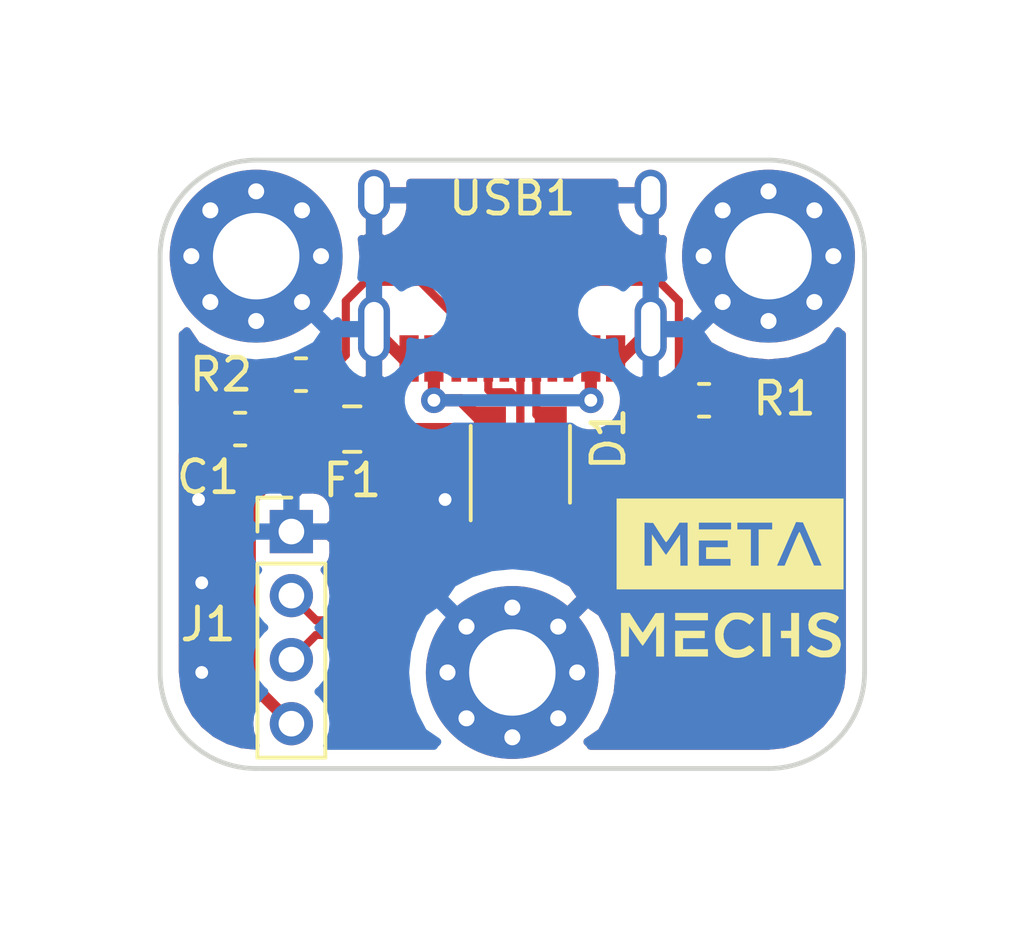
<source format=kicad_pcb>
(kicad_pcb (version 20171130) (host pcbnew "(5.1.2)-1")

  (general
    (thickness 1)
    (drawings 8)
    (tracks 68)
    (zones 0)
    (modules 11)
    (nets 8)
  )

  (page A4)
  (layers
    (0 F.Cu signal)
    (31 B.Cu signal)
    (32 B.Adhes user)
    (33 F.Adhes user)
    (34 B.Paste user)
    (35 F.Paste user)
    (36 B.SilkS user)
    (37 F.SilkS user)
    (38 B.Mask user)
    (39 F.Mask user)
    (40 Dwgs.User user)
    (41 Cmts.User user)
    (42 Eco1.User user)
    (43 Eco2.User user)
    (44 Edge.Cuts user)
    (45 Margin user hide)
    (46 B.CrtYd user hide)
    (47 F.CrtYd user hide)
    (48 B.Fab user hide)
    (49 F.Fab user hide)
  )

  (setup
    (last_trace_width 0.25)
    (trace_clearance 0.2)
    (zone_clearance 0.508)
    (zone_45_only no)
    (trace_min 0.2)
    (via_size 0.8)
    (via_drill 0.4)
    (via_min_size 0.4)
    (via_min_drill 0.3)
    (uvia_size 0.3)
    (uvia_drill 0.1)
    (uvias_allowed no)
    (uvia_min_size 0.2)
    (uvia_min_drill 0.1)
    (edge_width 0.15)
    (segment_width 0.2)
    (pcb_text_width 0.3)
    (pcb_text_size 1.5 1.5)
    (mod_edge_width 0.15)
    (mod_text_size 1 1)
    (mod_text_width 0.15)
    (pad_size 1.524 1.524)
    (pad_drill 0.762)
    (pad_to_mask_clearance 0.051)
    (solder_mask_min_width 0.25)
    (aux_axis_origin 0 0)
    (visible_elements 7FFFFFFF)
    (pcbplotparams
      (layerselection 0x010fc_ffffffff)
      (usegerberextensions true)
      (usegerberattributes false)
      (usegerberadvancedattributes false)
      (creategerberjobfile false)
      (excludeedgelayer true)
      (linewidth 0.100000)
      (plotframeref false)
      (viasonmask false)
      (mode 1)
      (useauxorigin false)
      (hpglpennumber 1)
      (hpglpenspeed 20)
      (hpglpendiameter 15.000000)
      (psnegative false)
      (psa4output false)
      (plotreference true)
      (plotvalue true)
      (plotinvisibletext false)
      (padsonsilk false)
      (subtractmaskfromsilk false)
      (outputformat 1)
      (mirror false)
      (drillshape 0)
      (scaleselection 1)
      (outputdirectory "gerbers/"))
  )

  (net 0 "")
  (net 1 VCC)
  (net 2 GND)
  (net 3 /d+)
  (net 4 /d-)
  (net 5 /vbus)
  (net 6 "Net-(R1-Pad2)")
  (net 7 "Net-(R2-Pad2)")

  (net_class Default "This is the default net class."
    (clearance 0.2)
    (trace_width 0.25)
    (via_dia 0.8)
    (via_drill 0.4)
    (uvia_dia 0.3)
    (uvia_drill 0.1)
  )

  (net_class "elecrow min rec" ""
    (clearance 0.2032)
    (trace_width 0.254)
    (via_dia 0.8)
    (via_drill 0.4)
    (uvia_dia 0.3)
    (uvia_drill 0.1)
    (diff_pair_width 0.254)
    (diff_pair_gap 0.2032)
    (add_net /d+)
    (add_net /d-)
    (add_net "Net-(R1-Pad2)")
    (add_net "Net-(R2-Pad2)")
  )

  (net_class power ""
    (clearance 0.2032)
    (trace_width 0.381)
    (via_dia 0.8)
    (via_drill 0.4)
    (uvia_dia 0.3)
    (uvia_drill 0.1)
    (diff_pair_width 0.381)
    (diff_pair_gap 0.2032)
    (add_net /vbus)
    (add_net GND)
    (add_net VCC)
  )

  (module Type-C:HRO-TYPE-C-31-M-12-Assembly (layer F.Cu) (tedit 5D4D5A8B) (tstamp 5CF3DFAB)
    (at 11 -1.5 180)
    (path /5C9F34B7)
    (attr smd)
    (fp_text reference USB1 (at 0 -2.7) (layer F.SilkS)
      (effects (font (size 1 1) (thickness 0.15)))
    )
    (fp_text value HRO-TYPE-C-31-M-12 (at 0 1.15) (layer Dwgs.User)
      (effects (font (size 1 1) (thickness 0.15)))
    )
    (fp_line (start 3.75 -8.5) (end 3.75 -7.5) (layer F.CrtYd) (width 0.15))
    (fp_line (start -3.75 -8.5) (end 3.75 -8.5) (layer F.CrtYd) (width 0.15))
    (fp_line (start -3.75 -7.5) (end -3.75 -8.5) (layer F.CrtYd) (width 0.15))
    (fp_line (start -4.5 0) (end -4.5 -7.5) (layer F.CrtYd) (width 0.15))
    (fp_line (start 4.5 0) (end -4.5 0) (layer F.CrtYd) (width 0.15))
    (fp_line (start 4.5 -7.5) (end 4.5 0) (layer F.CrtYd) (width 0.15))
    (fp_line (start -4.5 -7.5) (end 4.5 -7.5) (layer F.CrtYd) (width 0.15))
    (fp_text user %R (at 0 -9.25) (layer F.Fab)
      (effects (font (size 1 1) (thickness 0.15)))
    )
    (fp_line (start -4.47 0) (end 4.47 0) (layer Dwgs.User) (width 0.15))
    (fp_line (start -4.47 0) (end -4.47 -7.3) (layer Dwgs.User) (width 0.15))
    (fp_line (start 4.47 0) (end 4.47 -7.3) (layer Dwgs.User) (width 0.15))
    (fp_line (start -4.47 -7.3) (end 4.47 -7.3) (layer Dwgs.User) (width 0.15))
    (pad 12 smd rect (at 3.225 -7.695 180) (size 0.6 1.45) (layers F.Cu F.Paste F.Mask)
      (net 2 GND))
    (pad 1 smd rect (at -3.225 -7.695 180) (size 0.6 1.45) (layers F.Cu F.Paste F.Mask)
      (net 2 GND))
    (pad 11 smd rect (at 2.45 -7.695 180) (size 0.6 1.45) (layers F.Cu F.Paste F.Mask)
      (net 5 /vbus))
    (pad 2 smd rect (at -2.45 -7.695 180) (size 0.6 1.45) (layers F.Cu F.Paste F.Mask)
      (net 5 /vbus))
    (pad 3 smd rect (at -1.75 -7.695 180) (size 0.3 1.45) (layers F.Cu F.Paste F.Mask))
    (pad 10 smd rect (at 1.75 -7.695 180) (size 0.3 1.45) (layers F.Cu F.Paste F.Mask)
      (net 7 "Net-(R2-Pad2)"))
    (pad 4 smd rect (at -1.25 -7.695 180) (size 0.3 1.45) (layers F.Cu F.Paste F.Mask)
      (net 6 "Net-(R1-Pad2)"))
    (pad 9 smd rect (at 1.25 -7.695 180) (size 0.3 1.45) (layers F.Cu F.Paste F.Mask))
    (pad 5 smd rect (at -0.75 -7.695 180) (size 0.3 1.45) (layers F.Cu F.Paste F.Mask)
      (net 4 /d-))
    (pad 8 smd rect (at 0.75 -7.695 180) (size 0.3 1.45) (layers F.Cu F.Paste F.Mask)
      (net 3 /d+))
    (pad 7 smd rect (at 0.25 -7.695 180) (size 0.3 1.45) (layers F.Cu F.Paste F.Mask)
      (net 4 /d-))
    (pad 6 smd rect (at -0.25 -7.695 180) (size 0.3 1.45) (layers F.Cu F.Paste F.Mask)
      (net 3 /d+))
    (pad "" np_thru_hole circle (at 2.89 -6.25 180) (size 0.65 0.65) (drill 0.65) (layers *.Cu *.Mask))
    (pad "" np_thru_hole circle (at -2.89 -6.25 180) (size 0.65 0.65) (drill 0.65) (layers *.Cu *.Mask))
    (pad 13 thru_hole oval (at -4.32 -6.78 180) (size 1 2.1) (drill oval 0.6 1.7) (layers *.Cu *.Mask)
      (net 2 GND))
    (pad 13 thru_hole oval (at 4.32 -6.78 180) (size 1 2.1) (drill oval 0.6 1.7) (layers *.Cu *.Mask)
      (net 2 GND))
    (pad 13 thru_hole oval (at -4.32 -2.6 180) (size 1 1.6) (drill oval 0.6 1.2) (layers *.Cu *.Mask)
      (net 2 GND))
    (pad 13 thru_hole oval (at 4.32 -2.6 180) (size 1 1.6) (drill oval 0.6 1.2) (layers *.Cu *.Mask)
      (net 2 GND))
    (model "C:/Users/Chris/Google Drive/Sync Drive/KiCad/libs/Type-C.pretty/HRO  TYPE-C-31-M-12.step"
      (offset (xyz -4.47 0 0))
      (scale (xyz 1 1 1))
      (rotate (xyz 90 180 180))
    )
  )

  (module "logo:logo tiny vert" (layer F.Cu) (tedit 0) (tstamp 5D129BA4)
    (at 17.8 13.4)
    (fp_text reference G*** (at 0 0) (layer F.SilkS) hide
      (effects (font (size 1.524 1.524) (thickness 0.3)))
    )
    (fp_text value LOGO (at 0.75 0) (layer F.SilkS) hide
      (effects (font (size 1.524 1.524) (thickness 0.3)))
    )
    (fp_poly (pts (xy 0.237067 0.737452) (xy 0.329719 0.738991) (xy 0.397937 0.743516) (xy 0.451113 0.752306)
      (xy 0.498635 0.76664) (xy 0.523656 0.776469) (xy 0.583357 0.805351) (xy 0.642954 0.840859)
      (xy 0.694843 0.877612) (xy 0.731415 0.910228) (xy 0.745067 0.933135) (xy 0.734376 0.953175)
      (xy 0.706631 0.989038) (xy 0.675601 1.024385) (xy 0.606135 1.099747) (xy 0.552834 1.059808)
      (xy 0.457546 0.997243) (xy 0.36817 0.9597) (xy 0.273363 0.943061) (xy 0.226511 0.941298)
      (xy 0.156758 0.943004) (xy 0.106587 0.951225) (xy 0.061847 0.969447) (xy 0.024457 0.991087)
      (xy -0.069889 1.068155) (xy -0.140833 1.164713) (xy -0.187427 1.274901) (xy -0.208722 1.392855)
      (xy -0.203772 1.512715) (xy -0.171628 1.628618) (xy -0.111342 1.734702) (xy -0.098433 1.751088)
      (xy -0.01815 1.823132) (xy 0.080433 1.871716) (xy 0.18997 1.895501) (xy 0.303118 1.893151)
      (xy 0.412533 1.863326) (xy 0.442114 1.849555) (xy 0.498461 1.8197) (xy 0.547705 1.79215)
      (xy 0.571159 1.777961) (xy 0.593527 1.76627) (xy 0.613869 1.767738) (xy 0.640499 1.786029)
      (xy 0.681732 1.824811) (xy 0.685272 1.828281) (xy 0.761625 1.903217) (xy 0.724689 1.942533)
      (xy 0.67089 1.989176) (xy 0.598622 2.038196) (xy 0.521482 2.081068) (xy 0.464944 2.105373)
      (xy 0.382671 2.125677) (xy 0.282898 2.137803) (xy 0.181256 2.140579) (xy 0.09473 2.133073)
      (xy -0.030557 2.095869) (xy -0.15176 2.031265) (xy -0.261722 1.945009) (xy -0.353285 1.842849)
      (xy -0.41929 1.730532) (xy -0.42578 1.715086) (xy -0.444315 1.662705) (xy -0.456109 1.610665)
      (xy -0.462567 1.548823) (xy -0.465095 1.467042) (xy -0.465316 1.429966) (xy -0.464971 1.346742)
      (xy -0.462214 1.287211) (xy -0.455015 1.2412) (xy -0.441343 1.198538) (xy -0.419168 1.149051)
      (xy -0.402425 1.114861) (xy -0.327196 0.991199) (xy -0.234198 0.892831) (xy -0.117423 0.813873)
      (xy -0.070775 0.790186) (xy -0.019442 0.766847) (xy 0.023164 0.751532) (xy 0.066599 0.742602)
      (xy 0.120419 0.73842) (xy 0.194181 0.737351) (xy 0.237067 0.737452)) (layer F.SilkS) (width 0.01))
    (fp_poly (pts (xy 3.028729 0.727914) (xy 3.10418 0.743375) (xy 3.185854 0.768055) (xy 3.264553 0.798303)
      (xy 3.331081 0.83047) (xy 3.376242 0.860907) (xy 3.384071 0.868939) (xy 3.390105 0.88936)
      (xy 3.378617 0.921291) (xy 3.34714 0.971238) (xy 3.343016 0.977161) (xy 3.283136 1.0627)
      (xy 3.16484 1.002006) (xy 3.049975 0.954203) (xy 2.944621 0.932508) (xy 2.852407 0.937235)
      (xy 2.77729 0.968474) (xy 2.721065 1.022312) (xy 2.695856 1.082771) (xy 2.701762 1.144389)
      (xy 2.738882 1.2017) (xy 2.772571 1.229361) (xy 2.81379 1.250046) (xy 2.876911 1.273664)
      (xy 2.950697 1.296177) (xy 2.979175 1.303597) (xy 3.130596 1.347801) (xy 3.250412 1.398712)
      (xy 3.34054 1.458211) (xy 3.402897 1.528178) (xy 3.439398 1.610494) (xy 3.451961 1.707039)
      (xy 3.449524 1.765111) (xy 3.425659 1.877612) (xy 3.375597 1.969126) (xy 3.298001 2.041666)
      (xy 3.244756 2.073363) (xy 3.19023 2.098839) (xy 3.140506 2.114639) (xy 3.083369 2.12341)
      (xy 3.006606 2.127799) (xy 2.99132 2.128283) (xy 2.921095 2.129591) (xy 2.863401 2.129252)
      (xy 2.826852 2.12738) (xy 2.8194 2.125991) (xy 2.794735 2.117956) (xy 2.748843 2.104419)
      (xy 2.708541 2.093025) (xy 2.658779 2.074975) (xy 2.598774 2.047137) (xy 2.536085 2.013862)
      (xy 2.478268 1.979499) (xy 2.43288 1.948397) (xy 2.407477 1.924907) (xy 2.404579 1.918069)
      (xy 2.41486 1.899168) (xy 2.441448 1.863611) (xy 2.469962 1.829231) (xy 2.535299 1.753462)
      (xy 2.597199 1.800675) (xy 2.713977 1.871797) (xy 2.837205 1.91073) (xy 2.927883 1.919664)
      (xy 3.034463 1.913091) (xy 3.113198 1.888245) (xy 3.164963 1.844799) (xy 3.175799 1.827256)
      (xy 3.199153 1.754633) (xy 3.189761 1.690519) (xy 3.147672 1.634974) (xy 3.072936 1.588058)
      (xy 2.965601 1.54983) (xy 2.942848 1.543883) (xy 2.798309 1.503916) (xy 2.684144 1.462694)
      (xy 2.59688 1.41787) (xy 2.53304 1.367093) (xy 2.489151 1.308016) (xy 2.461738 1.238287)
      (xy 2.456191 1.214863) (xy 2.446739 1.097987) (xy 2.467135 0.992614) (xy 2.514624 0.901088)
      (xy 2.586448 0.825752) (xy 2.679851 0.768953) (xy 2.792078 0.733034) (xy 2.92037 0.720338)
      (xy 3.028729 0.727914)) (layer F.SilkS) (width 0.01))
    (fp_poly (pts (xy -2.065866 2.099734) (xy -2.302933 2.099734) (xy -2.303106 1.6129) (xy -2.303279 1.126067)
      (xy -2.510539 1.443476) (xy -2.570899 1.535102) (xy -2.625453 1.616372) (xy -2.671405 1.683249)
      (xy -2.705963 1.731695) (xy -2.726331 1.757672) (xy -2.730272 1.760976) (xy -2.742934 1.747563)
      (xy -2.771434 1.709959) (xy -2.812894 1.652201) (xy -2.86444 1.578326) (xy -2.923194 1.492369)
      (xy -2.950405 1.452034) (xy -3.158066 1.143) (xy -3.162564 1.621367) (xy -3.167061 2.099734)
      (xy -3.4036 2.099734) (xy -3.4036 0.745067) (xy -3.138687 0.745067) (xy -2.938481 1.059257)
      (xy -2.875811 1.155936) (xy -2.820865 1.237429) (xy -2.775949 1.30053) (xy -2.743367 1.34203)
      (xy -2.725428 1.358723) (xy -2.723314 1.358488) (xy -2.709961 1.340292) (xy -2.681276 1.298083)
      (xy -2.640231 1.23634) (xy -2.589797 1.159543) (xy -2.532948 1.072171) (xy -2.517648 1.04853)
      (xy -2.326942 0.753533) (xy -2.196404 0.748588) (xy -2.065866 0.743642) (xy -2.065866 2.099734)) (layer F.SilkS) (width 0.01))
    (fp_poly (pts (xy -0.795866 1.524) (xy -1.4732 1.524) (xy -1.4732 1.8796) (xy -0.694266 1.8796)
      (xy -0.694266 2.099734) (xy -1.710267 2.099734) (xy -1.710267 1.303867) (xy -0.795866 1.303867)
      (xy -0.795866 1.524)) (layer F.SilkS) (width 0.01))
    (fp_poly (pts (xy 1.253067 2.099734) (xy 1.016 2.099734) (xy 1.016 0.745067) (xy 1.253067 0.745067)
      (xy 1.253067 2.099734)) (layer F.SilkS) (width 0.01))
    (fp_poly (pts (xy 2.150534 2.099734) (xy 1.913467 2.099734) (xy 1.913467 1.524) (xy 1.591734 1.524)
      (xy 1.591734 1.303867) (xy 1.913467 1.303867) (xy 1.913467 0.745067) (xy 2.150534 0.745067)
      (xy 2.150534 2.099734)) (layer F.SilkS) (width 0.01))
    (fp_poly (pts (xy -0.694266 0.9652) (xy -1.710267 0.9652) (xy -1.710267 0.745067) (xy -0.694266 0.745067)
      (xy -0.694266 0.9652)) (layer F.SilkS) (width 0.01))
    (fp_poly (pts (xy 3.539067 0) (xy -3.539066 0) (xy -3.539066 -0.728133) (xy -2.675467 -0.728133)
      (xy -2.4384 -0.728133) (xy -2.4384 -1.70166) (xy -2.226598 -1.38423) (xy -2.165129 -1.292933)
      (xy -2.109556 -1.211967) (xy -2.062703 -1.145319) (xy -2.027395 -1.096974) (xy -2.006453 -1.070918)
      (xy -2.002232 -1.067494) (xy -1.989554 -1.081138) (xy -1.960984 -1.118976) (xy -1.919376 -1.176998)
      (xy -1.867582 -1.251194) (xy -1.808457 -1.337554) (xy -1.778 -1.382612) (xy -1.566333 -1.697034)
      (xy -1.56184 -1.212584) (xy -1.557347 -0.728133) (xy -1.3208 -0.728133) (xy -1.3208 -1.524)
      (xy -0.982133 -1.524) (xy -0.982133 -0.728133) (xy 0.016933 -0.728133) (xy 0.016933 -0.948267)
      (xy -0.745066 -0.948267) (xy -0.745066 -1.303866) (xy -0.067733 -1.303866) (xy -0.067733 -1.524)
      (xy -0.982133 -1.524) (xy -1.3208 -1.524) (xy -1.3208 -2.0828) (xy -0.982133 -2.0828)
      (xy -0.982133 -1.862667) (xy 0.033867 -1.862667) (xy 0.033867 -2.0828) (xy 0.220133 -2.0828)
      (xy 0.220133 -1.862667) (xy 0.643467 -1.862667) (xy 0.643467 -0.728133) (xy 0.897467 -0.728133)
      (xy 1.456694 -0.728133) (xy 1.704357 -0.728133) (xy 1.931678 -1.269261) (xy 1.993169 -1.415086)
      (xy 2.043162 -1.532175) (xy 2.082931 -1.623162) (xy 2.113748 -1.690678) (xy 2.136886 -1.737354)
      (xy 2.153619 -1.765823) (xy 2.165218 -1.778715) (xy 2.172958 -1.778664) (xy 2.175934 -1.774282)
      (xy 2.186511 -1.750234) (xy 2.208536 -1.699034) (xy 2.240283 -1.624733) (xy 2.280027 -1.531378)
      (xy 2.326045 -1.423018) (xy 2.376609 -1.303703) (xy 2.404671 -1.237388) (xy 2.616476 -0.7366)
      (xy 2.739105 -0.731625) (xy 2.798591 -0.731046) (xy 2.842171 -0.734119) (xy 2.86145 -0.740191)
      (xy 2.861734 -0.741168) (xy 2.855145 -0.759274) (xy 2.836309 -0.805123) (xy 2.806621 -0.875463)
      (xy 2.767475 -0.967041) (xy 2.720265 -1.076602) (xy 2.666386 -1.200894) (xy 2.607233 -1.336663)
      (xy 2.569266 -1.423477) (xy 2.276798 -2.091266) (xy 2.0574 -2.101022) (xy 1.800107 -1.511944)
      (xy 1.740372 -1.37521) (xy 1.683227 -1.244467) (xy 1.630491 -1.123872) (xy 1.583984 -1.017581)
      (xy 1.545524 -0.929751) (xy 1.51693 -0.864539) (xy 1.50002 -0.8261) (xy 1.499754 -0.8255)
      (xy 1.456694 -0.728133) (xy 0.897467 -0.728133) (xy 0.897467 -1.862667) (xy 1.3208 -1.862667)
      (xy 1.3208 -2.0828) (xy 0.220133 -2.0828) (xy 0.033867 -2.0828) (xy -0.982133 -2.0828)
      (xy -1.3208 -2.0828) (xy -1.452033 -2.082589) (xy -1.583267 -2.082378) (xy -1.785249 -1.768951)
      (xy -1.858815 -1.656342) (xy -1.916427 -1.571719) (xy -1.95908 -1.513748) (xy -1.987765 -1.481092)
      (xy -2.003476 -1.472418) (xy -2.005108 -1.473401) (xy -2.019409 -1.492532) (xy -2.048977 -1.535582)
      (xy -2.090761 -1.597984) (xy -2.14171 -1.675173) (xy -2.198771 -1.762582) (xy -2.211891 -1.782806)
      (xy -2.400797 -2.074333) (xy -2.675467 -2.084169) (xy -2.675467 -0.728133) (xy -3.539066 -0.728133)
      (xy -3.539066 -2.827866) (xy 3.539067 -2.827866) (xy 3.539067 0)) (layer F.SilkS) (width 0.01))
  )

  (module keebs:m2.5_pad_via (layer F.Cu) (tedit 5CEE7539) (tstamp 5CE8F604)
    (at 19 3)
    (descr "Mounting Hole 2.7mm")
    (tags "mounting hole 2.7mm")
    (path /5CE917F5)
    (attr virtual)
    (fp_text reference H3 (at 0 -3.7) (layer F.SilkS) hide
      (effects (font (size 1 1) (thickness 0.15)))
    )
    (fp_text value MountingHole_Pad (at 0 3.7) (layer F.Fab)
      (effects (font (size 1 1) (thickness 0.15)))
    )
    (fp_circle (center 0 0) (end 2.95 0) (layer F.CrtYd) (width 0.05))
    (fp_circle (center 0 0) (end 2.7 0) (layer Cmts.User) (width 0.15))
    (fp_text user %R (at 0.3 0) (layer F.Fab)
      (effects (font (size 1 1) (thickness 0.15)))
    )
    (pad 1 thru_hole circle (at 1.431891 -1.431891) (size 0.8 0.8) (drill 0.5) (layers *.Cu *.Mask)
      (net 2 GND))
    (pad 1 thru_hole circle (at 0 -2.025) (size 0.8 0.8) (drill 0.5) (layers *.Cu *.Mask)
      (net 2 GND))
    (pad 1 thru_hole circle (at -1.431891 -1.431891) (size 0.8 0.8) (drill 0.5) (layers *.Cu *.Mask)
      (net 2 GND))
    (pad 1 thru_hole circle (at -2.025 0) (size 0.8 0.8) (drill 0.5) (layers *.Cu *.Mask)
      (net 2 GND))
    (pad 1 thru_hole circle (at -1.431891 1.431891) (size 0.8 0.8) (drill 0.5) (layers *.Cu *.Mask)
      (net 2 GND))
    (pad 1 thru_hole circle (at 0 2.025) (size 0.8 0.8) (drill 0.5) (layers *.Cu *.Mask)
      (net 2 GND))
    (pad 1 thru_hole circle (at 1.431891 1.431891) (size 0.8 0.8) (drill 0.5) (layers *.Cu *.Mask)
      (net 2 GND))
    (pad 1 thru_hole circle (at 2.025 0) (size 0.8 0.8) (drill 0.5) (layers *.Cu *.Mask)
      (net 2 GND))
    (pad 1 thru_hole circle (at 0 0) (size 5.4 5.4) (drill 2.7) (layers *.Cu *.Mask)
      (net 2 GND))
  )

  (module keebs:m2.5_pad_via (layer F.Cu) (tedit 5CEE7539) (tstamp 5CE8F94F)
    (at 3 3)
    (descr "Mounting Hole 2.7mm")
    (tags "mounting hole 2.7mm")
    (path /5CE8E580)
    (attr virtual)
    (fp_text reference H1 (at 0 -3.7) (layer F.SilkS) hide
      (effects (font (size 1 1) (thickness 0.15)))
    )
    (fp_text value MountingHole_Pad (at 0 3.7) (layer F.Fab)
      (effects (font (size 1 1) (thickness 0.15)))
    )
    (fp_circle (center 0 0) (end 2.95 0) (layer F.CrtYd) (width 0.05))
    (fp_circle (center 0 0) (end 2.7 0) (layer Cmts.User) (width 0.15))
    (fp_text user %R (at 0.3 0) (layer F.Fab)
      (effects (font (size 1 1) (thickness 0.15)))
    )
    (pad 1 thru_hole circle (at 1.431891 -1.431891) (size 0.8 0.8) (drill 0.5) (layers *.Cu *.Mask)
      (net 2 GND))
    (pad 1 thru_hole circle (at 0 -2.025) (size 0.8 0.8) (drill 0.5) (layers *.Cu *.Mask)
      (net 2 GND))
    (pad 1 thru_hole circle (at -1.431891 -1.431891) (size 0.8 0.8) (drill 0.5) (layers *.Cu *.Mask)
      (net 2 GND))
    (pad 1 thru_hole circle (at -2.025 0) (size 0.8 0.8) (drill 0.5) (layers *.Cu *.Mask)
      (net 2 GND))
    (pad 1 thru_hole circle (at -1.431891 1.431891) (size 0.8 0.8) (drill 0.5) (layers *.Cu *.Mask)
      (net 2 GND))
    (pad 1 thru_hole circle (at 0 2.025) (size 0.8 0.8) (drill 0.5) (layers *.Cu *.Mask)
      (net 2 GND))
    (pad 1 thru_hole circle (at 1.431891 1.431891) (size 0.8 0.8) (drill 0.5) (layers *.Cu *.Mask)
      (net 2 GND))
    (pad 1 thru_hole circle (at 2.025 0) (size 0.8 0.8) (drill 0.5) (layers *.Cu *.Mask)
      (net 2 GND))
    (pad 1 thru_hole circle (at 0 0) (size 5.4 5.4) (drill 2.7) (layers *.Cu *.Mask)
      (net 2 GND))
  )

  (module keebs:m2.5_pad_via (layer F.Cu) (tedit 5CEE7539) (tstamp 5CE912F9)
    (at 11 16)
    (descr "Mounting Hole 2.7mm")
    (tags "mounting hole 2.7mm")
    (path /5CE90C0E)
    (attr virtual)
    (fp_text reference H2 (at 0 -3.7) (layer F.SilkS) hide
      (effects (font (size 1 1) (thickness 0.15)))
    )
    (fp_text value MountingHole_Pad (at 0 3.7) (layer F.Fab)
      (effects (font (size 1 1) (thickness 0.15)))
    )
    (fp_circle (center 0 0) (end 2.95 0) (layer F.CrtYd) (width 0.05))
    (fp_circle (center 0 0) (end 2.7 0) (layer Cmts.User) (width 0.15))
    (fp_text user %R (at 0.3 0) (layer F.Fab)
      (effects (font (size 1 1) (thickness 0.15)))
    )
    (pad 1 thru_hole circle (at 1.431891 -1.431891) (size 0.8 0.8) (drill 0.5) (layers *.Cu *.Mask)
      (net 2 GND))
    (pad 1 thru_hole circle (at 0 -2.025) (size 0.8 0.8) (drill 0.5) (layers *.Cu *.Mask)
      (net 2 GND))
    (pad 1 thru_hole circle (at -1.431891 -1.431891) (size 0.8 0.8) (drill 0.5) (layers *.Cu *.Mask)
      (net 2 GND))
    (pad 1 thru_hole circle (at -2.025 0) (size 0.8 0.8) (drill 0.5) (layers *.Cu *.Mask)
      (net 2 GND))
    (pad 1 thru_hole circle (at -1.431891 1.431891) (size 0.8 0.8) (drill 0.5) (layers *.Cu *.Mask)
      (net 2 GND))
    (pad 1 thru_hole circle (at 0 2.025) (size 0.8 0.8) (drill 0.5) (layers *.Cu *.Mask)
      (net 2 GND))
    (pad 1 thru_hole circle (at 1.431891 1.431891) (size 0.8 0.8) (drill 0.5) (layers *.Cu *.Mask)
      (net 2 GND))
    (pad 1 thru_hole circle (at 2.025 0) (size 0.8 0.8) (drill 0.5) (layers *.Cu *.Mask)
      (net 2 GND))
    (pad 1 thru_hole circle (at 0 0) (size 5.4 5.4) (drill 2.7) (layers *.Cu *.Mask)
      (net 2 GND))
  )

  (module Capacitor_SMD:C_0603_1608Metric (layer F.Cu) (tedit 5B301BBE) (tstamp 5D124BAA)
    (at 2.5 8.4 180)
    (descr "Capacitor SMD 0603 (1608 Metric), square (rectangular) end terminal, IPC_7351 nominal, (Body size source: http://www.tortai-tech.com/upload/download/2011102023233369053.pdf), generated with kicad-footprint-generator")
    (tags capacitor)
    (path /5CBDEE30)
    (attr smd)
    (fp_text reference C1 (at 1 -1.5) (layer F.SilkS)
      (effects (font (size 1 1) (thickness 0.15)))
    )
    (fp_text value 10u (at 0 1.43) (layer F.Fab)
      (effects (font (size 1 1) (thickness 0.15)))
    )
    (fp_line (start -0.8 0.4) (end -0.8 -0.4) (layer F.Fab) (width 0.1))
    (fp_line (start -0.8 -0.4) (end 0.8 -0.4) (layer F.Fab) (width 0.1))
    (fp_line (start 0.8 -0.4) (end 0.8 0.4) (layer F.Fab) (width 0.1))
    (fp_line (start 0.8 0.4) (end -0.8 0.4) (layer F.Fab) (width 0.1))
    (fp_line (start -0.162779 -0.51) (end 0.162779 -0.51) (layer F.SilkS) (width 0.12))
    (fp_line (start -0.162779 0.51) (end 0.162779 0.51) (layer F.SilkS) (width 0.12))
    (fp_line (start -1.48 0.73) (end -1.48 -0.73) (layer F.CrtYd) (width 0.05))
    (fp_line (start -1.48 -0.73) (end 1.48 -0.73) (layer F.CrtYd) (width 0.05))
    (fp_line (start 1.48 -0.73) (end 1.48 0.73) (layer F.CrtYd) (width 0.05))
    (fp_line (start 1.48 0.73) (end -1.48 0.73) (layer F.CrtYd) (width 0.05))
    (fp_text user %R (at 0 0) (layer F.Fab)
      (effects (font (size 0.4 0.4) (thickness 0.06)))
    )
    (pad 1 smd roundrect (at -0.7875 0 180) (size 0.875 0.95) (layers F.Cu F.Paste F.Mask) (roundrect_rratio 0.25)
      (net 1 VCC))
    (pad 2 smd roundrect (at 0.7875 0 180) (size 0.875 0.95) (layers F.Cu F.Paste F.Mask) (roundrect_rratio 0.25)
      (net 2 GND))
    (model ${KISYS3DMOD}/Capacitor_SMD.3dshapes/C_0603_1608Metric.wrl
      (at (xyz 0 0 0))
      (scale (xyz 1 1 1))
      (rotate (xyz 0 0 0))
    )
  )

  (module Package_TO_SOT_SMD:SOT-143 (layer F.Cu) (tedit 5A02FF57) (tstamp 5CE8F5C3)
    (at 11.25 9.5 90)
    (descr SOT-143)
    (tags SOT-143)
    (path /5CC057A0)
    (attr smd)
    (fp_text reference D1 (at 0.8 2.75 90) (layer F.SilkS)
      (effects (font (size 1 1) (thickness 0.15)))
    )
    (fp_text value PRTR5V0U2X (at -0.28 2.48 90) (layer F.Fab)
      (effects (font (size 1 1) (thickness 0.15)))
    )
    (fp_text user %R (at 0 0) (layer F.Fab)
      (effects (font (size 0.5 0.5) (thickness 0.075)))
    )
    (fp_line (start -1.2 1.55) (end 1.2 1.55) (layer F.SilkS) (width 0.12))
    (fp_line (start 1.2 -1.55) (end -1.75 -1.55) (layer F.SilkS) (width 0.12))
    (fp_line (start -1.2 -1) (end -0.7 -1.5) (layer F.Fab) (width 0.1))
    (fp_line (start -0.7 -1.5) (end 1.2 -1.5) (layer F.Fab) (width 0.1))
    (fp_line (start -1.2 1.5) (end -1.2 -1) (layer F.Fab) (width 0.1))
    (fp_line (start 1.2 1.5) (end -1.2 1.5) (layer F.Fab) (width 0.1))
    (fp_line (start 1.2 -1.5) (end 1.2 1.5) (layer F.Fab) (width 0.1))
    (fp_line (start 2.05 -1.75) (end 2.05 1.75) (layer F.CrtYd) (width 0.05))
    (fp_line (start 2.05 -1.75) (end -2.05 -1.75) (layer F.CrtYd) (width 0.05))
    (fp_line (start -2.05 1.75) (end 2.05 1.75) (layer F.CrtYd) (width 0.05))
    (fp_line (start -2.05 1.75) (end -2.05 -1.75) (layer F.CrtYd) (width 0.05))
    (pad 1 smd rect (at -1.1 -0.77) (size 1.2 1.4) (layers F.Cu F.Paste F.Mask)
      (net 2 GND))
    (pad 2 smd rect (at -1.1 0.95) (size 1 1.4) (layers F.Cu F.Paste F.Mask)
      (net 3 /d+))
    (pad 3 smd rect (at 1.1 0.95) (size 1 1.4) (layers F.Cu F.Paste F.Mask)
      (net 4 /d-))
    (pad 4 smd rect (at 1.1 -0.95) (size 1 1.4) (layers F.Cu F.Paste F.Mask)
      (net 5 /vbus))
    (model ${KISYS3DMOD}/Package_TO_SOT_SMD.3dshapes/SOT-143.wrl
      (at (xyz 0 0 0))
      (scale (xyz 1 1 1))
      (rotate (xyz 0 0 0))
    )
  )

  (module Fuse:Fuse_0805_2012Metric (layer F.Cu) (tedit 5B36C52C) (tstamp 5CE8F5D4)
    (at 6 8.4 180)
    (descr "Fuse SMD 0805 (2012 Metric), square (rectangular) end terminal, IPC_7351 nominal, (Body size source: https://docs.google.com/spreadsheets/d/1BsfQQcO9C6DZCsRaXUlFlo91Tg2WpOkGARC1WS5S8t0/edit?usp=sharing), generated with kicad-footprint-generator")
    (tags resistor)
    (path /5CBDEF9D)
    (attr smd)
    (fp_text reference F1 (at 0 -1.6) (layer F.SilkS)
      (effects (font (size 1 1) (thickness 0.15)))
    )
    (fp_text value PTC (at 0 1.65) (layer F.Fab)
      (effects (font (size 1 1) (thickness 0.15)))
    )
    (fp_line (start -1 0.6) (end -1 -0.6) (layer F.Fab) (width 0.1))
    (fp_line (start -1 -0.6) (end 1 -0.6) (layer F.Fab) (width 0.1))
    (fp_line (start 1 -0.6) (end 1 0.6) (layer F.Fab) (width 0.1))
    (fp_line (start 1 0.6) (end -1 0.6) (layer F.Fab) (width 0.1))
    (fp_line (start -0.258578 -0.71) (end 0.258578 -0.71) (layer F.SilkS) (width 0.12))
    (fp_line (start -0.258578 0.71) (end 0.258578 0.71) (layer F.SilkS) (width 0.12))
    (fp_line (start -1.68 0.95) (end -1.68 -0.95) (layer F.CrtYd) (width 0.05))
    (fp_line (start -1.68 -0.95) (end 1.68 -0.95) (layer F.CrtYd) (width 0.05))
    (fp_line (start 1.68 -0.95) (end 1.68 0.95) (layer F.CrtYd) (width 0.05))
    (fp_line (start 1.68 0.95) (end -1.68 0.95) (layer F.CrtYd) (width 0.05))
    (fp_text user %R (at 0 0) (layer F.Fab)
      (effects (font (size 0.5 0.5) (thickness 0.08)))
    )
    (pad 1 smd roundrect (at -0.9375 0 180) (size 0.975 1.4) (layers F.Cu F.Paste F.Mask) (roundrect_rratio 0.25)
      (net 5 /vbus))
    (pad 2 smd roundrect (at 0.9375 0 180) (size 0.975 1.4) (layers F.Cu F.Paste F.Mask) (roundrect_rratio 0.25)
      (net 1 VCC))
    (model ${KISYS3DMOD}/Fuse.3dshapes/Fuse_0805_2012Metric.wrl
      (at (xyz 0 0 0))
      (scale (xyz 1 1 1))
      (rotate (xyz 0 0 0))
    )
  )

  (module Resistor_SMD:R_0603_1608Metric (layer F.Cu) (tedit 5B301BBD) (tstamp 5CE8F630)
    (at 16.9875 7.5 180)
    (descr "Resistor SMD 0603 (1608 Metric), square (rectangular) end terminal, IPC_7351 nominal, (Body size source: http://www.tortai-tech.com/upload/download/2011102023233369053.pdf), generated with kicad-footprint-generator")
    (tags resistor)
    (path /5C9F39A7)
    (attr smd)
    (fp_text reference R1 (at -2.5125 0.05) (layer F.SilkS)
      (effects (font (size 1 1) (thickness 0.15)))
    )
    (fp_text value 5.1K (at 0 1.43) (layer F.Fab)
      (effects (font (size 1 1) (thickness 0.15)))
    )
    (fp_line (start -0.8 0.4) (end -0.8 -0.4) (layer F.Fab) (width 0.1))
    (fp_line (start -0.8 -0.4) (end 0.8 -0.4) (layer F.Fab) (width 0.1))
    (fp_line (start 0.8 -0.4) (end 0.8 0.4) (layer F.Fab) (width 0.1))
    (fp_line (start 0.8 0.4) (end -0.8 0.4) (layer F.Fab) (width 0.1))
    (fp_line (start -0.162779 -0.51) (end 0.162779 -0.51) (layer F.SilkS) (width 0.12))
    (fp_line (start -0.162779 0.51) (end 0.162779 0.51) (layer F.SilkS) (width 0.12))
    (fp_line (start -1.48 0.73) (end -1.48 -0.73) (layer F.CrtYd) (width 0.05))
    (fp_line (start -1.48 -0.73) (end 1.48 -0.73) (layer F.CrtYd) (width 0.05))
    (fp_line (start 1.48 -0.73) (end 1.48 0.73) (layer F.CrtYd) (width 0.05))
    (fp_line (start 1.48 0.73) (end -1.48 0.73) (layer F.CrtYd) (width 0.05))
    (fp_text user %R (at 0 0) (layer F.Fab)
      (effects (font (size 0.4 0.4) (thickness 0.06)))
    )
    (pad 1 smd roundrect (at -0.7875 0 180) (size 0.875 0.95) (layers F.Cu F.Paste F.Mask) (roundrect_rratio 0.25)
      (net 2 GND))
    (pad 2 smd roundrect (at 0.7875 0 180) (size 0.875 0.95) (layers F.Cu F.Paste F.Mask) (roundrect_rratio 0.25)
      (net 6 "Net-(R1-Pad2)"))
    (model ${KISYS3DMOD}/Resistor_SMD.3dshapes/R_0603_1608Metric.wrl
      (at (xyz 0 0 0))
      (scale (xyz 1 1 1))
      (rotate (xyz 0 0 0))
    )
  )

  (module Resistor_SMD:R_0603_1608Metric (layer F.Cu) (tedit 5B301BBD) (tstamp 5CE8F641)
    (at 4.4 6.7)
    (descr "Resistor SMD 0603 (1608 Metric), square (rectangular) end terminal, IPC_7351 nominal, (Body size source: http://www.tortai-tech.com/upload/download/2011102023233369053.pdf), generated with kicad-footprint-generator")
    (tags resistor)
    (path /5C9F3F4F)
    (attr smd)
    (fp_text reference R2 (at -2.5 0) (layer F.SilkS)
      (effects (font (size 1 1) (thickness 0.15)))
    )
    (fp_text value 5.1K (at 0 1.43) (layer F.Fab)
      (effects (font (size 1 1) (thickness 0.15)))
    )
    (fp_line (start -0.8 0.4) (end -0.8 -0.4) (layer F.Fab) (width 0.1))
    (fp_line (start -0.8 -0.4) (end 0.8 -0.4) (layer F.Fab) (width 0.1))
    (fp_line (start 0.8 -0.4) (end 0.8 0.4) (layer F.Fab) (width 0.1))
    (fp_line (start 0.8 0.4) (end -0.8 0.4) (layer F.Fab) (width 0.1))
    (fp_line (start -0.162779 -0.51) (end 0.162779 -0.51) (layer F.SilkS) (width 0.12))
    (fp_line (start -0.162779 0.51) (end 0.162779 0.51) (layer F.SilkS) (width 0.12))
    (fp_line (start -1.48 0.73) (end -1.48 -0.73) (layer F.CrtYd) (width 0.05))
    (fp_line (start -1.48 -0.73) (end 1.48 -0.73) (layer F.CrtYd) (width 0.05))
    (fp_line (start 1.48 -0.73) (end 1.48 0.73) (layer F.CrtYd) (width 0.05))
    (fp_line (start 1.48 0.73) (end -1.48 0.73) (layer F.CrtYd) (width 0.05))
    (fp_text user %R (at 0 0) (layer F.Fab)
      (effects (font (size 0.4 0.4) (thickness 0.06)))
    )
    (pad 1 smd roundrect (at -0.7875 0) (size 0.875 0.95) (layers F.Cu F.Paste F.Mask) (roundrect_rratio 0.25)
      (net 2 GND))
    (pad 2 smd roundrect (at 0.7875 0) (size 0.875 0.95) (layers F.Cu F.Paste F.Mask) (roundrect_rratio 0.25)
      (net 7 "Net-(R2-Pad2)"))
    (model ${KISYS3DMOD}/Resistor_SMD.3dshapes/R_0603_1608Metric.wrl
      (at (xyz 0 0 0))
      (scale (xyz 1 1 1))
      (rotate (xyz 0 0 0))
    )
  )

  (module Connector_PinHeader_2.00mm:PinHeader_1x04_P2.00mm_Vertical (layer F.Cu) (tedit 59FED667) (tstamp 5D124D9A)
    (at 4.1 11.6)
    (descr "Through hole straight pin header, 1x04, 2.00mm pitch, single row")
    (tags "Through hole pin header THT 1x04 2.00mm single row")
    (path /5C9F357E)
    (fp_text reference J1 (at -2.6 2.9) (layer F.SilkS)
      (effects (font (size 1 1) (thickness 0.15)))
    )
    (fp_text value Conn_01x04 (at 0 8.06) (layer F.Fab)
      (effects (font (size 1 1) (thickness 0.15)))
    )
    (fp_line (start -0.5 -1) (end 1 -1) (layer F.Fab) (width 0.1))
    (fp_line (start 1 -1) (end 1 7) (layer F.Fab) (width 0.1))
    (fp_line (start 1 7) (end -1 7) (layer F.Fab) (width 0.1))
    (fp_line (start -1 7) (end -1 -0.5) (layer F.Fab) (width 0.1))
    (fp_line (start -1 -0.5) (end -0.5 -1) (layer F.Fab) (width 0.1))
    (fp_line (start -1.06 7.06) (end 1.06 7.06) (layer F.SilkS) (width 0.12))
    (fp_line (start -1.06 1) (end -1.06 7.06) (layer F.SilkS) (width 0.12))
    (fp_line (start 1.06 1) (end 1.06 7.06) (layer F.SilkS) (width 0.12))
    (fp_line (start -1.06 1) (end 1.06 1) (layer F.SilkS) (width 0.12))
    (fp_line (start -1.06 0) (end -1.06 -1.06) (layer F.SilkS) (width 0.12))
    (fp_line (start -1.06 -1.06) (end 0 -1.06) (layer F.SilkS) (width 0.12))
    (fp_line (start -1.5 -1.5) (end -1.5 7.5) (layer F.CrtYd) (width 0.05))
    (fp_line (start -1.5 7.5) (end 1.5 7.5) (layer F.CrtYd) (width 0.05))
    (fp_line (start 1.5 7.5) (end 1.5 -1.5) (layer F.CrtYd) (width 0.05))
    (fp_line (start 1.5 -1.5) (end -1.5 -1.5) (layer F.CrtYd) (width 0.05))
    (fp_text user %R (at 0 3 90) (layer F.Fab)
      (effects (font (size 1 1) (thickness 0.15)))
    )
    (pad 1 thru_hole rect (at 0 0) (size 1.35 1.35) (drill 0.8) (layers *.Cu *.Mask)
      (net 2 GND))
    (pad 2 thru_hole oval (at 0 2) (size 1.35 1.35) (drill 0.8) (layers *.Cu *.Mask)
      (net 3 /d+))
    (pad 3 thru_hole oval (at 0 4) (size 1.35 1.35) (drill 0.8) (layers *.Cu *.Mask)
      (net 4 /d-))
    (pad 4 thru_hole oval (at 0 6) (size 1.35 1.35) (drill 0.8) (layers *.Cu *.Mask)
      (net 1 VCC))
    (model ${KISYS3DMOD}/Connector_PinHeader_2.00mm.3dshapes/PinHeader_1x04_P2.00mm_Vertical.wrl
      (at (xyz 0 0 0))
      (scale (xyz 1 1 1))
      (rotate (xyz 0 0 0))
    )
  )

  (gr_arc (start 3 16) (end 0 16) (angle -90) (layer Edge.Cuts) (width 0.15))
  (gr_line (start 0 16) (end 0 3) (layer Edge.Cuts) (width 0.15) (tstamp 5D124CEF))
  (gr_arc (start 19 3) (end 22 3) (angle -90) (layer Edge.Cuts) (width 0.15) (tstamp 5D124CF5))
  (gr_line (start 19 19) (end 3 19) (layer Edge.Cuts) (width 0.15) (tstamp 5D124CF4))
  (gr_line (start 3 0) (end 19 0) (layer Edge.Cuts) (width 0.15) (tstamp 5D124CF3))
  (gr_arc (start 3 3) (end 3 0) (angle -90) (layer Edge.Cuts) (width 0.15) (tstamp 5D124CF2))
  (gr_arc (start 19 16) (end 19 19) (angle -90) (layer Edge.Cuts) (width 0.15) (tstamp 5D124CF1))
  (gr_line (start 22 3) (end 22 16) (layer Edge.Cuts) (width 0.15) (tstamp 5D124CF0))

  (segment (start 5.0625 8.4) (end 3.2875 8.4) (width 0.381) (layer F.Cu) (net 1))
  (segment (start 4.1 17.6) (end 2.8 16.3) (width 0.381) (layer F.Cu) (net 1))
  (segment (start 2.8 10.6625) (end 5.0625 8.4) (width 0.381) (layer F.Cu) (net 1))
  (segment (start 2.8 16.3) (end 2.8 10.6625) (width 0.381) (layer F.Cu) (net 1))
  (segment (start 7.595 6.195) (end 6.68 5.28) (width 0.381) (layer F.Cu) (net 2) (status 30))
  (segment (start 7.775 6.195) (end 7.595 6.195) (width 0.381) (layer F.Cu) (net 2) (status 30))
  (segment (start 14.405 6.195) (end 15.32 5.28) (width 0.381) (layer F.Cu) (net 2) (status 30))
  (segment (start 14.225 6.195) (end 14.405 6.195) (width 0.381) (layer F.Cu) (net 2) (status 30))
  (segment (start 8.9 10.6) (end 10.48 10.6) (width 0.381) (layer F.Cu) (net 2) (status 20))
  (via (at 8.9 10.6) (size 0.8) (drill 0.4) (layers F.Cu B.Cu) (net 2))
  (via (at 1.2 10.6) (size 0.8) (drill 0.4) (layers F.Cu B.Cu) (net 2))
  (via (at 1.3 16) (size 0.8) (drill 0.4) (layers F.Cu B.Cu) (net 2))
  (via (at 1.3 13.2) (size 0.8) (drill 0.4) (layers F.Cu B.Cu) (net 2))
  (segment (start 12.2 10.4) (end 12.2 10.6) (width 0.254) (layer F.Cu) (net 3) (status 30))
  (segment (start 11.25 9.45) (end 12.2 10.4) (width 0.254) (layer F.Cu) (net 3) (status 20))
  (segment (start 10.25 7.174) (end 10.25 6.195) (width 0.254) (layer F.Cu) (net 3) (status 20))
  (segment (start 10.326201 7.250201) (end 10.25 7.174) (width 0.254) (layer F.Cu) (net 3))
  (segment (start 10.950201 7.250201) (end 10.326201 7.250201) (width 0.254) (layer F.Cu) (net 3))
  (segment (start 11.25 7.55) (end 10.950201 7.250201) (width 0.254) (layer F.Cu) (net 3))
  (segment (start 11.25 8.55) (end 11.25 7.55) (width 0.254) (layer F.Cu) (net 3))
  (segment (start 11.25 6.195) (end 11.25 8.55) (width 0.254) (layer F.Cu) (net 3) (status 10))
  (segment (start 11.25 8.55) (end 11.25 9.45) (width 0.254) (layer F.Cu) (net 3))
  (segment (start 11.78261 11.97139) (end 9.40532 11.97139) (width 0.254) (layer F.Cu) (net 3))
  (segment (start 12.2 10.6) (end 12.2 11.554) (width 0.254) (layer F.Cu) (net 3) (status 10))
  (segment (start 12.2 11.554) (end 11.78261 11.97139) (width 0.254) (layer F.Cu) (net 3))
  (segment (start 7.00531 14.3714) (end 9.40532 11.97139) (width 0.254) (layer F.Cu) (net 3))
  (segment (start 4.1 13.6) (end 4.8714 14.3714) (width 0.254) (layer F.Cu) (net 3))
  (segment (start 4.8714 14.3714) (end 7.00531 14.3714) (width 0.254) (layer F.Cu) (net 3))
  (segment (start 11.75 7.95) (end 12.2 8.4) (width 0.254) (layer F.Cu) (net 4) (status 30))
  (segment (start 11.75 6.195) (end 11.75 7.95) (width 0.254) (layer F.Cu) (net 4) (status 30))
  (segment (start 10.75 5.216) (end 10.966 5) (width 0.254) (layer F.Cu) (net 4))
  (segment (start 10.75 6.195) (end 10.75 5.216) (width 0.254) (layer F.Cu) (net 4) (status 10))
  (segment (start 11.524362 5) (end 10.966 5) (width 0.254) (layer F.Cu) (net 4))
  (segment (start 11.75 5.225638) (end 11.524362 5) (width 0.254) (layer F.Cu) (net 4))
  (segment (start 11.75 6.195) (end 11.75 5.225638) (width 0.254) (layer F.Cu) (net 4) (status 10))
  (segment (start 12.2 8.6) (end 13.030201 9.430201) (width 0.254) (layer F.Cu) (net 4) (status 10))
  (segment (start 12.2 8.4) (end 12.2 8.6) (width 0.254) (layer F.Cu) (net 4) (status 30))
  (segment (start 12.165762 12.4286) (end 9.59469 12.4286) (width 0.254) (layer F.Cu) (net 4))
  (segment (start 13.030201 11.564161) (end 12.165762 12.4286) (width 0.254) (layer F.Cu) (net 4))
  (segment (start 13.030201 9.430201) (end 13.030201 11.564161) (width 0.254) (layer F.Cu) (net 4))
  (segment (start 9.59469 12.428612) (end 9.59469 12.4286) (width 0.254) (layer F.Cu) (net 4))
  (segment (start 7.194702 14.8286) (end 9.59469 12.428612) (width 0.254) (layer F.Cu) (net 4))
  (segment (start 4.8714 14.8286) (end 7.194702 14.8286) (width 0.254) (layer F.Cu) (net 4))
  (segment (start 4.1 15.6) (end 4.8714 14.8286) (width 0.254) (layer F.Cu) (net 4))
  (segment (start 10.3 8.15) (end 10.3 8.7) (width 0.25) (layer F.Cu) (net 5) (status 30))
  (via (at 8.55 7.5) (size 0.8) (drill 0.4) (layers F.Cu B.Cu) (net 5))
  (via (at 13.45 7.5) (size 0.8) (drill 0.4) (layers F.Cu B.Cu) (net 5))
  (segment (start 13.45 6.195) (end 13.45 7.5) (width 0.381) (layer F.Cu) (net 5) (status 10))
  (segment (start 8.55 6.195) (end 8.55 7.5) (width 0.381) (layer F.Cu) (net 5) (status 10))
  (segment (start 9.115685 7.5) (end 13.45 7.5) (width 0.381) (layer B.Cu) (net 5))
  (segment (start 8.55 7.5) (end 9.115685 7.5) (width 0.381) (layer B.Cu) (net 5))
  (segment (start 9.4 7.5) (end 10.3 8.4) (width 0.381) (layer F.Cu) (net 5) (status 20))
  (segment (start 8.55 7.5) (end 9.4 7.5) (width 0.381) (layer F.Cu) (net 5))
  (segment (start 6.9375 8.4) (end 10.3 8.4) (width 0.381) (layer F.Cu) (net 5))
  (segment (start 12.25 5.216) (end 12.25 6.195) (width 0.254) (layer F.Cu) (net 6) (status 20))
  (segment (start 12.25 4.95) (end 12.25 5.216) (width 0.254) (layer F.Cu) (net 6))
  (segment (start 13.4 3.8) (end 12.25 4.95) (width 0.254) (layer F.Cu) (net 6))
  (segment (start 15.6 3.8) (end 13.4 3.8) (width 0.254) (layer F.Cu) (net 6))
  (segment (start 16.2 7.5) (end 16.2 4.4) (width 0.254) (layer F.Cu) (net 6) (status 10))
  (segment (start 16.2 4.4) (end 15.6 3.8) (width 0.254) (layer F.Cu) (net 6))
  (segment (start 8.129698 3.8) (end 9.25 4.920302) (width 0.254) (layer F.Cu) (net 7))
  (segment (start 9.25 4.920302) (end 9.25 5.216) (width 0.254) (layer F.Cu) (net 7))
  (segment (start 9.25 5.216) (end 9.25 6.195) (width 0.254) (layer F.Cu) (net 7) (status 20))
  (segment (start 5.8 4.4) (end 6.4 3.8) (width 0.254) (layer F.Cu) (net 7))
  (segment (start 6.4 3.8) (end 8.129698 3.8) (width 0.254) (layer F.Cu) (net 7))
  (segment (start 5.8 5.5) (end 5.8 4.4) (width 0.254) (layer F.Cu) (net 7))
  (segment (start 5.8 6.0875) (end 5.1875 6.7) (width 0.254) (layer F.Cu) (net 7))
  (segment (start 5.8 5.5) (end 5.8 6.0875) (width 0.254) (layer F.Cu) (net 7))

  (zone (net 2) (net_name GND) (layer F.Cu) (tstamp 5D18976B) (hatch edge 0.508)
    (connect_pads (clearance 0.508))
    (min_thickness 0.254)
    (fill yes (arc_segments 32) (thermal_gap 0.508) (thermal_bridge_width 0.508))
    (polygon
      (pts
        (xy -5 -5) (xy 27 -5) (xy 27 24) (xy -5 24)
      )
    )
    (filled_polygon
      (pts
        (xy 21.279373 5.458981) (xy 21.29 5.448354) (xy 21.290001 15.965269) (xy 21.243048 16.444133) (xy 21.114063 16.871353)
        (xy 20.904554 17.265384) (xy 20.622501 17.611214) (xy 20.278651 17.895672) (xy 19.886093 18.107927) (xy 19.459788 18.239891)
        (xy 18.983036 18.29) (xy 13.448354 18.29) (xy 13.458981 18.279373) (xy 13.345376 18.165768) (xy 13.783828 17.865589)
        (xy 14.094296 17.286644) (xy 14.285852 16.658254) (xy 14.351134 16.004569) (xy 14.287634 15.350707) (xy 14.097792 14.721797)
        (xy 13.788904 14.142008) (xy 13.783828 14.134411) (xy 13.345374 13.834231) (xy 11.179605 16) (xy 11.193748 16.014143)
        (xy 11.014143 16.193748) (xy 11 16.179605) (xy 10.985858 16.193748) (xy 10.806253 16.014143) (xy 10.820395 16)
        (xy 10.806253 15.985858) (xy 10.985858 15.806253) (xy 11 15.820395) (xy 13.165769 13.654626) (xy 12.865589 13.216172)
        (xy 12.587645 13.06712) (xy 12.591154 13.065245) (xy 12.707184 12.970022) (xy 12.731046 12.940947) (xy 13.542552 12.12944)
        (xy 13.571623 12.105583) (xy 13.666846 11.989553) (xy 13.737603 11.857176) (xy 13.781175 11.713539) (xy 13.792201 11.601587)
        (xy 13.792201 11.601585) (xy 13.795887 11.564162) (xy 13.792201 11.526739) (xy 13.792201 9.467624) (xy 13.795887 9.430201)
        (xy 13.78761 9.346164) (xy 13.781175 9.280823) (xy 13.737603 9.137186) (xy 13.683862 9.036644) (xy 13.666846 9.004808)
        (xy 13.614825 8.941421) (xy 13.571623 8.888779) (xy 13.542548 8.864918) (xy 13.338072 8.660442) (xy 13.338072 8.533013)
        (xy 13.348061 8.535) (xy 13.551939 8.535) (xy 13.751898 8.495226) (xy 13.940256 8.417205) (xy 14.109774 8.303937)
        (xy 14.253937 8.159774) (xy 14.367205 7.990256) (xy 14.445226 7.801898) (xy 14.485 7.601939) (xy 14.485 7.52925)
        (xy 14.51075 7.555) (xy 14.525 7.558072) (xy 14.649482 7.545812) (xy 14.76918 7.509502) (xy 14.879494 7.450537)
        (xy 14.976185 7.371185) (xy 15.055537 7.274494) (xy 15.114502 7.16418) (xy 15.140806 7.077468) (xy 15.124428 7.24375)
        (xy 15.124428 7.75625) (xy 15.140892 7.923408) (xy 15.18965 8.084142) (xy 15.268829 8.232275) (xy 15.375385 8.362115)
        (xy 15.505225 8.468671) (xy 15.653358 8.54785) (xy 15.814092 8.596608) (xy 15.98125 8.613072) (xy 16.41875 8.613072)
        (xy 16.585908 8.596608) (xy 16.746642 8.54785) (xy 16.894775 8.468671) (xy 16.91643 8.4509) (xy 16.983006 8.505537)
        (xy 17.09332 8.564502) (xy 17.213018 8.600812) (xy 17.3375 8.613072) (xy 17.48925 8.61) (xy 17.648 8.45125)
        (xy 17.648 7.627) (xy 17.902 7.627) (xy 17.902 8.45125) (xy 18.06075 8.61) (xy 18.2125 8.613072)
        (xy 18.336982 8.600812) (xy 18.45668 8.564502) (xy 18.566994 8.505537) (xy 18.663685 8.426185) (xy 18.743037 8.329494)
        (xy 18.802002 8.21918) (xy 18.838312 8.099482) (xy 18.850572 7.975) (xy 18.8475 7.78575) (xy 18.68875 7.627)
        (xy 17.902 7.627) (xy 17.648 7.627) (xy 17.628 7.627) (xy 17.628 7.373) (xy 17.648 7.373)
        (xy 17.648 6.54875) (xy 17.902 6.54875) (xy 17.902 7.373) (xy 18.68875 7.373) (xy 18.8475 7.21425)
        (xy 18.850572 7.025) (xy 18.838312 6.900518) (xy 18.802002 6.78082) (xy 18.743037 6.670506) (xy 18.663685 6.573815)
        (xy 18.566994 6.494463) (xy 18.45668 6.435498) (xy 18.336982 6.399188) (xy 18.2125 6.386928) (xy 18.06075 6.39)
        (xy 17.902 6.54875) (xy 17.648 6.54875) (xy 17.48925 6.39) (xy 17.3375 6.386928) (xy 17.213018 6.399188)
        (xy 17.09332 6.435498) (xy 16.983006 6.494463) (xy 16.962 6.511702) (xy 16.962 5.531998) (xy 17.134411 5.783828)
        (xy 17.713356 6.094296) (xy 18.341746 6.285852) (xy 18.995431 6.351134) (xy 19.649293 6.287634) (xy 20.278203 6.097792)
        (xy 20.857992 5.788904) (xy 20.865589 5.783828) (xy 21.165768 5.345376)
      )
    )
    (filled_polygon
      (pts
        (xy 1.134411 5.783828) (xy 1.713356 6.094296) (xy 2.341746 6.285852) (xy 2.538234 6.305475) (xy 2.54 6.41425)
        (xy 2.69875 6.573) (xy 3.4855 6.573) (xy 3.4855 6.553) (xy 3.7395 6.553) (xy 3.7395 6.573)
        (xy 3.7595 6.573) (xy 3.7595 6.827) (xy 3.7395 6.827) (xy 3.7395 6.847) (xy 3.4855 6.847)
        (xy 3.4855 6.827) (xy 2.69875 6.827) (xy 2.54 6.98575) (xy 2.536928 7.175) (xy 2.549188 7.299482)
        (xy 2.585498 7.41918) (xy 2.592215 7.431747) (xy 2.57107 7.4491) (xy 2.504494 7.394463) (xy 2.39418 7.335498)
        (xy 2.274482 7.299188) (xy 2.15 7.286928) (xy 1.99825 7.29) (xy 1.8395 7.44875) (xy 1.8395 8.273)
        (xy 1.8595 8.273) (xy 1.8595 8.527) (xy 1.8395 8.527) (xy 1.8395 9.35125) (xy 1.99825 9.51)
        (xy 2.15 9.513072) (xy 2.274482 9.500812) (xy 2.39418 9.464502) (xy 2.504494 9.405537) (xy 2.57107 9.3509)
        (xy 2.592725 9.368671) (xy 2.740858 9.44785) (xy 2.822463 9.472605) (xy 2.244961 10.050107) (xy 2.21346 10.075959)
        (xy 2.187609 10.107459) (xy 2.110301 10.201658) (xy 2.033647 10.345067) (xy 1.986445 10.500674) (xy 1.970506 10.6625)
        (xy 1.974501 10.70306) (xy 1.9745 16.259449) (xy 1.970506 16.3) (xy 1.9745 16.34055) (xy 1.9745 16.340552)
        (xy 1.986444 16.461825) (xy 2.00884 16.535655) (xy 2.033647 16.617433) (xy 2.110301 16.760842) (xy 2.140292 16.797386)
        (xy 2.213459 16.886541) (xy 2.244966 16.912398) (xy 2.797013 17.464446) (xy 2.783662 17.6) (xy 2.808955 17.856805)
        (xy 2.883862 18.103741) (xy 2.980583 18.284692) (xy 2.555867 18.243048) (xy 2.128647 18.114063) (xy 1.734616 17.904554)
        (xy 1.388786 17.622501) (xy 1.104328 17.278651) (xy 0.892073 16.886093) (xy 0.760109 16.459788) (xy 0.71 15.983036)
        (xy 0.71 9.165019) (xy 0.744463 9.229494) (xy 0.823815 9.326185) (xy 0.920506 9.405537) (xy 1.03082 9.464502)
        (xy 1.150518 9.500812) (xy 1.275 9.513072) (xy 1.42675 9.51) (xy 1.5855 9.35125) (xy 1.5855 8.527)
        (xy 1.5655 8.527) (xy 1.5655 8.273) (xy 1.5855 8.273) (xy 1.5855 7.44875) (xy 1.42675 7.29)
        (xy 1.275 7.286928) (xy 1.150518 7.299188) (xy 1.03082 7.335498) (xy 0.920506 7.394463) (xy 0.823815 7.473815)
        (xy 0.744463 7.570506) (xy 0.71 7.634981) (xy 0.71 5.448354) (xy 0.720627 5.458981) (xy 0.834232 5.345376)
      )
    )
    (filled_polygon
      (pts
        (xy 9.210498 9.34418) (xy 9.269463 9.454494) (xy 9.347369 9.549423) (xy 9.290498 9.65582) (xy 9.254188 9.775518)
        (xy 9.241928 9.9) (xy 9.245 10.31425) (xy 9.40375 10.473) (xy 10.353 10.473) (xy 10.353 10.453)
        (xy 10.607 10.453) (xy 10.607 10.473) (xy 10.627 10.473) (xy 10.627 10.727) (xy 10.607 10.727)
        (xy 10.607 10.747) (xy 10.353 10.747) (xy 10.353 10.727) (xy 9.40375 10.727) (xy 9.245 10.88575)
        (xy 9.242488 11.224497) (xy 9.112305 11.263988) (xy 9.050684 11.296925) (xy 8.979927 11.334745) (xy 8.95866 11.352199)
        (xy 8.863898 11.429968) (xy 8.840036 11.459044) (xy 6.68968 13.6094) (xy 5.415412 13.6094) (xy 5.416338 13.6)
        (xy 5.391045 13.343195) (xy 5.316138 13.096259) (xy 5.194495 12.868682) (xy 5.137369 12.799074) (xy 5.226185 12.726185)
        (xy 5.305537 12.629494) (xy 5.364502 12.51918) (xy 5.400812 12.399482) (xy 5.413072 12.275) (xy 5.41 11.88575)
        (xy 5.25125 11.727) (xy 4.227 11.727) (xy 4.227 11.747) (xy 3.973 11.747) (xy 3.973 11.727)
        (xy 3.953 11.727) (xy 3.953 11.473) (xy 3.973 11.473) (xy 3.973 11.453) (xy 4.227 11.453)
        (xy 4.227 11.473) (xy 5.25125 11.473) (xy 5.41 11.31425) (xy 5.413072 10.925) (xy 5.400812 10.800518)
        (xy 5.364502 10.68082) (xy 5.305537 10.570506) (xy 5.226185 10.473815) (xy 5.129494 10.394463) (xy 5.01918 10.335498)
        (xy 4.899482 10.299188) (xy 4.775 10.286928) (xy 4.38575 10.29) (xy 4.227002 10.448748) (xy 4.227002 10.40293)
        (xy 4.891861 9.738072) (xy 5.30625 9.738072) (xy 5.478285 9.721128) (xy 5.643709 9.670947) (xy 5.796164 9.589458)
        (xy 5.929792 9.479792) (xy 6 9.394244) (xy 6.070208 9.479792) (xy 6.203836 9.589458) (xy 6.356291 9.670947)
        (xy 6.521715 9.721128) (xy 6.69375 9.738072) (xy 7.18125 9.738072) (xy 7.353285 9.721128) (xy 7.518709 9.670947)
        (xy 7.671164 9.589458) (xy 7.804792 9.479792) (xy 7.914458 9.346164) (xy 7.978954 9.2255) (xy 9.174497 9.2255)
      )
    )
    (filled_polygon
      (pts
        (xy 6.807 5.153) (xy 6.827 5.153) (xy 6.827 5.407) (xy 6.807 5.407) (xy 6.807 6.797954)
        (xy 6.837627 6.82005) (xy 6.836928 6.92) (xy 6.849188 7.044482) (xy 6.85448 7.061928) (xy 6.69375 7.061928)
        (xy 6.521715 7.078872) (xy 6.356291 7.129053) (xy 6.223338 7.200118) (xy 6.246608 7.123408) (xy 6.263072 6.95625)
        (xy 6.263072 6.882944) (xy 6.378126 6.924119) (xy 6.553 6.797954) (xy 6.553 6.216307) (xy 6.562 6.124926)
        (xy 6.562 6.124923) (xy 6.565686 6.0875) (xy 6.562 6.050077) (xy 6.562 5.133) (xy 6.807 5.133)
      )
    )
    (filled_polygon
      (pts
        (xy 15.438001 5.427) (xy 15.193 5.427) (xy 15.193 5.407) (xy 15.173 5.407) (xy 15.173 5.153)
        (xy 15.193 5.153) (xy 15.193 5.133) (xy 15.438001 5.133)
      )
    )
    (filled_polygon
      (pts
        (xy 14.185 0.973) (xy 15.193 0.973) (xy 15.193 0.953) (xy 15.447 0.953) (xy 15.447 0.973)
        (xy 15.467 0.973) (xy 15.467 1.227) (xy 15.447 1.227) (xy 15.447 2.367954) (xy 15.621874 2.494119)
        (xy 15.701787 2.46552) (xy 15.648866 2.995431) (xy 15.653151 3.039549) (xy 15.637426 3.038) (xy 15.637423 3.038)
        (xy 15.6 3.034314) (xy 15.562577 3.038) (xy 13.437423 3.038) (xy 13.4 3.034314) (xy 13.362577 3.038)
        (xy 13.362574 3.038) (xy 13.250622 3.049026) (xy 13.106985 3.092598) (xy 13.06044 3.117477) (xy 12.974607 3.163355)
        (xy 12.943348 3.189009) (xy 12.858578 3.258578) (xy 12.834716 3.287654) (xy 11.825454 4.296916) (xy 11.817377 4.292598)
        (xy 11.67374 4.249026) (xy 11.561788 4.238) (xy 11.561785 4.238) (xy 11.524362 4.234314) (xy 11.486939 4.238)
        (xy 11.003422 4.238) (xy 10.965999 4.234314) (xy 10.928576 4.238) (xy 10.928574 4.238) (xy 10.816622 4.249026)
        (xy 10.672985 4.292598) (xy 10.540608 4.363355) (xy 10.424578 4.458578) (xy 10.400716 4.487654) (xy 10.237649 4.650721)
        (xy 10.208579 4.674578) (xy 10.184722 4.703648) (xy 10.184721 4.703649) (xy 10.113355 4.790608) (xy 10.090784 4.832836)
        (xy 10.007876 4.841001) (xy 10.000974 4.770924) (xy 9.957402 4.627287) (xy 9.886645 4.49491) (xy 9.791422 4.37888)
        (xy 9.762353 4.355024) (xy 8.694982 3.287654) (xy 8.67112 3.258578) (xy 8.55509 3.163355) (xy 8.422713 3.092598)
        (xy 8.279076 3.049026) (xy 8.167124 3.038) (xy 8.167121 3.038) (xy 8.129698 3.034314) (xy 8.092275 3.038)
        (xy 6.437422 3.038) (xy 6.399999 3.034314) (xy 6.362576 3.038) (xy 6.362574 3.038) (xy 6.347649 3.03947)
        (xy 6.351134 3.004569) (xy 6.298805 2.465732) (xy 6.378126 2.494119) (xy 6.553 2.367954) (xy 6.553 1.227)
        (xy 6.807 1.227) (xy 6.807 2.367954) (xy 6.981874 2.494119) (xy 7.204976 2.414276) (xy 7.392764 2.292369)
        (xy 7.553161 2.136169) (xy 7.680003 1.951678) (xy 7.768415 1.745987) (xy 7.815 1.527) (xy 7.815 1.227)
        (xy 14.185 1.227) (xy 14.185 1.527) (xy 14.231585 1.745987) (xy 14.319997 1.951678) (xy 14.446839 2.136169)
        (xy 14.607236 2.292369) (xy 14.795024 2.414276) (xy 15.018126 2.494119) (xy 15.193 2.367954) (xy 15.193 1.227)
        (xy 14.185 1.227) (xy 7.815 1.227) (xy 6.807 1.227) (xy 6.553 1.227) (xy 6.533 1.227)
        (xy 6.533 0.973) (xy 6.553 0.973) (xy 6.553 0.953) (xy 6.807 0.953) (xy 6.807 0.973)
        (xy 7.815 0.973) (xy 7.815 0.71) (xy 14.185 0.71)
      )
    )
    (filled_polygon
      (pts
        (xy 19.193748 2.985858) (xy 19.179605 3) (xy 19.193748 3.014143) (xy 19.014143 3.193748) (xy 19 3.179605)
        (xy 18.985858 3.193748) (xy 18.806253 3.014143) (xy 18.820395 3) (xy 18.806253 2.985858) (xy 18.985858 2.806253)
        (xy 19 2.820395) (xy 19.014143 2.806253)
      )
    )
    (filled_polygon
      (pts
        (xy 3.193748 2.985858) (xy 3.179605 3) (xy 3.193748 3.014143) (xy 3.014143 3.193748) (xy 3 3.179605)
        (xy 2.985858 3.193748) (xy 2.806253 3.014143) (xy 2.820395 3) (xy 2.806253 2.985858) (xy 2.985858 2.806253)
        (xy 3 2.820395) (xy 3.014143 2.806253)
      )
    )
  )
  (zone (net 2) (net_name GND) (layer B.Cu) (tstamp 5D189768) (hatch edge 0.508)
    (connect_pads (clearance 0.508))
    (min_thickness 0.254)
    (fill yes (arc_segments 32) (thermal_gap 0.508) (thermal_bridge_width 0.508))
    (polygon
      (pts
        (xy -5 -5) (xy 27 -5) (xy 27 24) (xy -5 24)
      )
    )
    (filled_polygon
      (pts
        (xy 14.185 0.973) (xy 15.193 0.973) (xy 15.193 0.953) (xy 15.447 0.953) (xy 15.447 0.973)
        (xy 15.467 0.973) (xy 15.467 1.227) (xy 15.447 1.227) (xy 15.447 2.367954) (xy 15.621874 2.494119)
        (xy 15.701787 2.46552) (xy 15.648866 2.995431) (xy 15.712366 3.649293) (xy 15.718787 3.670564) (xy 15.621874 3.635881)
        (xy 15.447 3.762046) (xy 15.447 5.153) (xy 16.455 5.153) (xy 16.455 5.029098) (xy 16.654626 5.165769)
        (xy 18.820395 3) (xy 18.806253 2.985858) (xy 18.985858 2.806253) (xy 19 2.820395) (xy 19.014143 2.806253)
        (xy 19.193748 2.985858) (xy 19.179605 3) (xy 19.193748 3.014143) (xy 19.014143 3.193748) (xy 19 3.179605)
        (xy 16.834231 5.345374) (xy 17.134411 5.783828) (xy 17.713356 6.094296) (xy 18.341746 6.285852) (xy 18.995431 6.351134)
        (xy 19.649293 6.287634) (xy 20.278203 6.097792) (xy 20.857992 5.788904) (xy 20.865589 5.783828) (xy 21.165768 5.345376)
        (xy 21.279373 5.458981) (xy 21.29 5.448354) (xy 21.290001 15.965269) (xy 21.243048 16.444133) (xy 21.114063 16.871353)
        (xy 20.904554 17.265384) (xy 20.622501 17.611214) (xy 20.278651 17.895672) (xy 19.886093 18.107927) (xy 19.459788 18.239891)
        (xy 18.983036 18.29) (xy 13.448354 18.29) (xy 13.458981 18.279373) (xy 13.345376 18.165768) (xy 13.783828 17.865589)
        (xy 14.094296 17.286644) (xy 14.285852 16.658254) (xy 14.351134 16.004569) (xy 14.287634 15.350707) (xy 14.097792 14.721797)
        (xy 13.788904 14.142008) (xy 13.783828 14.134411) (xy 13.345374 13.834231) (xy 11.179605 16) (xy 11.193748 16.014143)
        (xy 11.014143 16.193748) (xy 11 16.179605) (xy 10.985858 16.193748) (xy 10.806253 16.014143) (xy 10.820395 16)
        (xy 8.654626 13.834231) (xy 8.216172 14.134411) (xy 7.905704 14.713356) (xy 7.714148 15.341746) (xy 7.648866 15.995431)
        (xy 7.712366 16.649293) (xy 7.902208 17.278203) (xy 8.211096 17.857992) (xy 8.216172 17.865589) (xy 8.654624 18.165768)
        (xy 8.541019 18.279373) (xy 8.551646 18.29) (xy 5.21658 18.29) (xy 5.316138 18.103741) (xy 5.391045 17.856805)
        (xy 5.416338 17.6) (xy 5.391045 17.343195) (xy 5.316138 17.096259) (xy 5.194495 16.868682) (xy 5.030792 16.669208)
        (xy 4.946461 16.6) (xy 5.030792 16.530792) (xy 5.194495 16.331318) (xy 5.316138 16.103741) (xy 5.391045 15.856805)
        (xy 5.416338 15.6) (xy 5.391045 15.343195) (xy 5.316138 15.096259) (xy 5.194495 14.868682) (xy 5.030792 14.669208)
        (xy 4.946461 14.6) (xy 5.030792 14.530792) (xy 5.194495 14.331318) (xy 5.316138 14.103741) (xy 5.391045 13.856805)
        (xy 5.410957 13.654626) (xy 8.834231 13.654626) (xy 11 15.820395) (xy 13.165769 13.654626) (xy 12.865589 13.216172)
        (xy 12.286644 12.905704) (xy 11.658254 12.714148) (xy 11.004569 12.648866) (xy 10.350707 12.712366) (xy 9.721797 12.902208)
        (xy 9.142008 13.211096) (xy 9.134411 13.216172) (xy 8.834231 13.654626) (xy 5.410957 13.654626) (xy 5.416338 13.6)
        (xy 5.391045 13.343195) (xy 5.316138 13.096259) (xy 5.194495 12.868682) (xy 5.137369 12.799074) (xy 5.226185 12.726185)
        (xy 5.305537 12.629494) (xy 5.364502 12.51918) (xy 5.400812 12.399482) (xy 5.413072 12.275) (xy 5.41 11.88575)
        (xy 5.25125 11.727) (xy 4.227 11.727) (xy 4.227 11.747) (xy 3.973 11.747) (xy 3.973 11.727)
        (xy 2.94875 11.727) (xy 2.79 11.88575) (xy 2.786928 12.275) (xy 2.799188 12.399482) (xy 2.835498 12.51918)
        (xy 2.894463 12.629494) (xy 2.973815 12.726185) (xy 3.062631 12.799074) (xy 3.005505 12.868682) (xy 2.883862 13.096259)
        (xy 2.808955 13.343195) (xy 2.783662 13.6) (xy 2.808955 13.856805) (xy 2.883862 14.103741) (xy 3.005505 14.331318)
        (xy 3.169208 14.530792) (xy 3.253539 14.6) (xy 3.169208 14.669208) (xy 3.005505 14.868682) (xy 2.883862 15.096259)
        (xy 2.808955 15.343195) (xy 2.783662 15.6) (xy 2.808955 15.856805) (xy 2.883862 16.103741) (xy 3.005505 16.331318)
        (xy 3.169208 16.530792) (xy 3.253539 16.6) (xy 3.169208 16.669208) (xy 3.005505 16.868682) (xy 2.883862 17.096259)
        (xy 2.808955 17.343195) (xy 2.783662 17.6) (xy 2.808955 17.856805) (xy 2.883862 18.103741) (xy 2.980583 18.284692)
        (xy 2.555867 18.243048) (xy 2.128647 18.114063) (xy 1.734616 17.904554) (xy 1.388786 17.622501) (xy 1.104328 17.278651)
        (xy 0.892073 16.886093) (xy 0.760109 16.459788) (xy 0.71 15.983036) (xy 0.71 10.925) (xy 2.786928 10.925)
        (xy 2.79 11.31425) (xy 2.94875 11.473) (xy 3.973 11.473) (xy 3.973 10.44875) (xy 4.227 10.44875)
        (xy 4.227 11.473) (xy 5.25125 11.473) (xy 5.41 11.31425) (xy 5.413072 10.925) (xy 5.400812 10.800518)
        (xy 5.364502 10.68082) (xy 5.305537 10.570506) (xy 5.226185 10.473815) (xy 5.129494 10.394463) (xy 5.01918 10.335498)
        (xy 4.899482 10.299188) (xy 4.775 10.286928) (xy 4.38575 10.29) (xy 4.227 10.44875) (xy 3.973 10.44875)
        (xy 3.81425 10.29) (xy 3.425 10.286928) (xy 3.300518 10.299188) (xy 3.18082 10.335498) (xy 3.070506 10.394463)
        (xy 2.973815 10.473815) (xy 2.894463 10.570506) (xy 2.835498 10.68082) (xy 2.799188 10.800518) (xy 2.786928 10.925)
        (xy 0.71 10.925) (xy 0.71 7.398061) (xy 7.515 7.398061) (xy 7.515 7.601939) (xy 7.554774 7.801898)
        (xy 7.632795 7.990256) (xy 7.746063 8.159774) (xy 7.890226 8.303937) (xy 8.059744 8.417205) (xy 8.248102 8.495226)
        (xy 8.448061 8.535) (xy 8.651939 8.535) (xy 8.851898 8.495226) (xy 9.040256 8.417205) (xy 9.177503 8.3255)
        (xy 12.822497 8.3255) (xy 12.959744 8.417205) (xy 13.148102 8.495226) (xy 13.348061 8.535) (xy 13.551939 8.535)
        (xy 13.751898 8.495226) (xy 13.940256 8.417205) (xy 14.109774 8.303937) (xy 14.253937 8.159774) (xy 14.367205 7.990256)
        (xy 14.445226 7.801898) (xy 14.485 7.601939) (xy 14.485 7.398061) (xy 14.445226 7.198102) (xy 14.367205 7.009744)
        (xy 14.253937 6.840226) (xy 14.109774 6.696063) (xy 13.940256 6.582795) (xy 13.751898 6.504774) (xy 13.551939 6.465)
        (xy 13.348061 6.465) (xy 13.148102 6.504774) (xy 12.959744 6.582795) (xy 12.822497 6.6745) (xy 9.177503 6.6745)
        (xy 9.040256 6.582795) (xy 8.851898 6.504774) (xy 8.651939 6.465) (xy 8.448061 6.465) (xy 8.248102 6.504774)
        (xy 8.059744 6.582795) (xy 7.890226 6.696063) (xy 7.746063 6.840226) (xy 7.632795 7.009744) (xy 7.554774 7.198102)
        (xy 7.515 7.398061) (xy 0.71 7.398061) (xy 0.71 5.448354) (xy 0.720627 5.458981) (xy 0.834232 5.345376)
        (xy 1.134411 5.783828) (xy 1.713356 6.094296) (xy 2.341746 6.285852) (xy 2.995431 6.351134) (xy 3.649293 6.287634)
        (xy 4.278203 6.097792) (xy 4.857992 5.788904) (xy 4.865589 5.783828) (xy 5.123577 5.407) (xy 5.545 5.407)
        (xy 5.545 5.957) (xy 5.591585 6.175987) (xy 5.679997 6.381678) (xy 5.806839 6.566169) (xy 5.967236 6.722369)
        (xy 6.155024 6.844276) (xy 6.378126 6.924119) (xy 6.553 6.797954) (xy 6.553 5.407) (xy 5.545 5.407)
        (xy 5.123577 5.407) (xy 5.165769 5.345374) (xy 3 3.179605) (xy 2.985858 3.193748) (xy 2.806253 3.014143)
        (xy 2.820395 3) (xy 2.806253 2.985858) (xy 2.985858 2.806253) (xy 3 2.820395) (xy 3.014143 2.806253)
        (xy 3.193748 2.985858) (xy 3.179605 3) (xy 5.345374 5.165769) (xy 5.545 5.029098) (xy 5.545 5.153)
        (xy 6.553 5.153) (xy 6.553 3.762046) (xy 6.807 3.762046) (xy 6.807 5.153) (xy 6.827 5.153)
        (xy 6.827 5.407) (xy 6.807 5.407) (xy 6.807 6.797954) (xy 6.981874 6.924119) (xy 7.204976 6.844276)
        (xy 7.392764 6.722369) (xy 7.553161 6.566169) (xy 7.680003 6.381678) (xy 7.768415 6.175987) (xy 7.815 5.957)
        (xy 7.815 5.666904) (xy 7.829978 5.673108) (xy 8.015448 5.71) (xy 8.204552 5.71) (xy 8.390022 5.673108)
        (xy 8.564731 5.600741) (xy 8.721964 5.495681) (xy 8.855681 5.361964) (xy 8.960741 5.204731) (xy 9.033108 5.030022)
        (xy 9.07 4.844552) (xy 9.07 4.655448) (xy 12.93 4.655448) (xy 12.93 4.844552) (xy 12.966892 5.030022)
        (xy 13.039259 5.204731) (xy 13.144319 5.361964) (xy 13.278036 5.495681) (xy 13.435269 5.600741) (xy 13.609978 5.673108)
        (xy 13.795448 5.71) (xy 13.984552 5.71) (xy 14.170022 5.673108) (xy 14.185 5.666904) (xy 14.185 5.957)
        (xy 14.231585 6.175987) (xy 14.319997 6.381678) (xy 14.446839 6.566169) (xy 14.607236 6.722369) (xy 14.795024 6.844276)
        (xy 15.018126 6.924119) (xy 15.193 6.797954) (xy 15.193 5.407) (xy 15.447 5.407) (xy 15.447 6.797954)
        (xy 15.621874 6.924119) (xy 15.844976 6.844276) (xy 16.032764 6.722369) (xy 16.193161 6.566169) (xy 16.320003 6.381678)
        (xy 16.408415 6.175987) (xy 16.455 5.957) (xy 16.455 5.407) (xy 15.447 5.407) (xy 15.193 5.407)
        (xy 15.173 5.407) (xy 15.173 5.153) (xy 15.193 5.153) (xy 15.193 3.762046) (xy 15.018126 3.635881)
        (xy 14.795024 3.715724) (xy 14.607236 3.837631) (xy 14.462884 3.978206) (xy 14.344731 3.899259) (xy 14.170022 3.826892)
        (xy 13.984552 3.79) (xy 13.795448 3.79) (xy 13.609978 3.826892) (xy 13.435269 3.899259) (xy 13.278036 4.004319)
        (xy 13.144319 4.138036) (xy 13.039259 4.295269) (xy 12.966892 4.469978) (xy 12.93 4.655448) (xy 9.07 4.655448)
        (xy 9.033108 4.469978) (xy 8.960741 4.295269) (xy 8.855681 4.138036) (xy 8.721964 4.004319) (xy 8.564731 3.899259)
        (xy 8.390022 3.826892) (xy 8.204552 3.79) (xy 8.015448 3.79) (xy 7.829978 3.826892) (xy 7.655269 3.899259)
        (xy 7.537116 3.978206) (xy 7.392764 3.837631) (xy 7.204976 3.715724) (xy 6.981874 3.635881) (xy 6.807 3.762046)
        (xy 6.553 3.762046) (xy 6.378126 3.635881) (xy 6.282208 3.670208) (xy 6.285852 3.658254) (xy 6.351134 3.004569)
        (xy 6.298805 2.465732) (xy 6.378126 2.494119) (xy 6.553 2.367954) (xy 6.553 1.227) (xy 6.807 1.227)
        (xy 6.807 2.367954) (xy 6.981874 2.494119) (xy 7.204976 2.414276) (xy 7.392764 2.292369) (xy 7.553161 2.136169)
        (xy 7.680003 1.951678) (xy 7.768415 1.745987) (xy 7.815 1.527) (xy 7.815 1.227) (xy 14.185 1.227)
        (xy 14.185 1.527) (xy 14.231585 1.745987) (xy 14.319997 1.951678) (xy 14.446839 2.136169) (xy 14.607236 2.292369)
        (xy 14.795024 2.414276) (xy 15.018126 2.494119) (xy 15.193 2.367954) (xy 15.193 1.227) (xy 14.185 1.227)
        (xy 7.815 1.227) (xy 6.807 1.227) (xy 6.553 1.227) (xy 6.533 1.227) (xy 6.533 0.973)
        (xy 6.553 0.973) (xy 6.553 0.953) (xy 6.807 0.953) (xy 6.807 0.973) (xy 7.815 0.973)
        (xy 7.815 0.71) (xy 14.185 0.71)
      )
    )
  )
)

</source>
